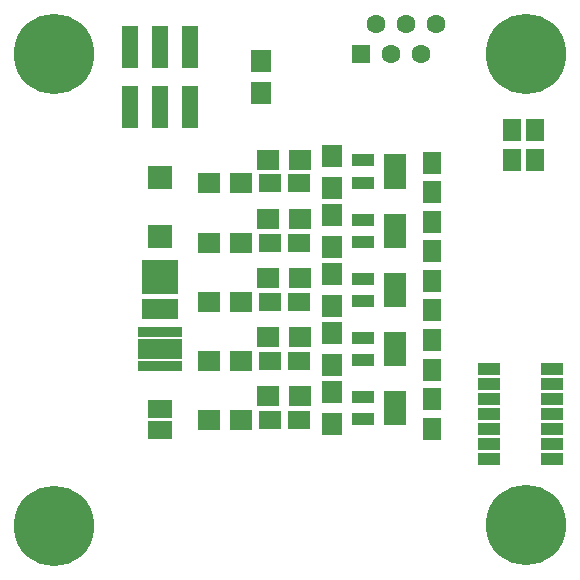
<source format=gbr>
G04 #@! TF.GenerationSoftware,KiCad,Pcbnew,(2017-11-09 revision 610ff7485)-makepkg*
G04 #@! TF.CreationDate,2017-11-10T23:51:50-05:00*
G04 #@! TF.ProjectId,photometric-leds,70686F746F6D65747269632D6C656473,rev?*
G04 #@! TF.SameCoordinates,Original*
G04 #@! TF.FileFunction,Soldermask,Top*
G04 #@! TF.FilePolarity,Negative*
%FSLAX46Y46*%
G04 Gerber Fmt 4.6, Leading zero omitted, Abs format (unit mm)*
G04 Created by KiCad (PCBNEW (2017-11-09 revision 610ff7485)-makepkg) date Fri Nov 10 23:51:50 2017*
%MOMM*%
%LPD*%
G01*
G04 APERTURE LIST*
%ADD10C,1.600000*%
%ADD11R,1.600000X1.600000*%
%ADD12R,1.650000X1.900000*%
%ADD13R,1.900000X1.000000*%
%ADD14R,1.900000X1.650000*%
%ADD15R,2.000000X1.650000*%
%ADD16R,3.700000X0.900000*%
%ADD17R,3.700000X1.700000*%
%ADD18R,3.100000X2.900000*%
%ADD19R,3.100000X1.800000*%
%ADD20R,2.000000X1.050000*%
%ADD21R,1.400000X3.550000*%
%ADD22R,1.700000X1.900000*%
%ADD23R,1.900000X1.700000*%
%ADD24R,1.960000X1.050000*%
%ADD25C,6.800000*%
%ADD26C,1.200000*%
G04 APERTURE END LIST*
D10*
X152350000Y-67460000D03*
X149810000Y-67460000D03*
X147270000Y-67460000D03*
X151080000Y-70000000D03*
X148540000Y-70000000D03*
D11*
X146000000Y-70000000D03*
D12*
X160750000Y-79000000D03*
X160750000Y-76500000D03*
X158750000Y-76500000D03*
X158750000Y-79000000D03*
D13*
X156800000Y-104310000D03*
X156800000Y-103040000D03*
X156800000Y-101770000D03*
X156800000Y-100500000D03*
X156800000Y-99230000D03*
X156800000Y-97960000D03*
X156800000Y-96690000D03*
X162200000Y-96690000D03*
X162200000Y-97960000D03*
X162200000Y-99230000D03*
X162200000Y-100500000D03*
X162200000Y-101770000D03*
X162200000Y-103040000D03*
X162200000Y-104310000D03*
D12*
X152000000Y-101750000D03*
X152000000Y-99250000D03*
X152000000Y-96750000D03*
X152000000Y-94250000D03*
X152000000Y-89250000D03*
X152000000Y-91750000D03*
X152000000Y-86750000D03*
X152000000Y-84250000D03*
X152000000Y-79250000D03*
X152000000Y-81750000D03*
D14*
X138250000Y-101000000D03*
X140750000Y-101000000D03*
X140750000Y-96000000D03*
X138250000Y-96000000D03*
X138250000Y-91000000D03*
X140750000Y-91000000D03*
X140750000Y-86000000D03*
X138250000Y-86000000D03*
X138250000Y-81000000D03*
X140750000Y-81000000D03*
D15*
X129000000Y-101880000D03*
X129000000Y-100120000D03*
D16*
X129000000Y-93550000D03*
X129000000Y-96450000D03*
D17*
X129000000Y-95000000D03*
D18*
X129000000Y-88900000D03*
D19*
X129000000Y-91600000D03*
D20*
X129000000Y-85000000D03*
X129000000Y-85940000D03*
X129000000Y-81000000D03*
X129000000Y-80060000D03*
D21*
X131540000Y-69475000D03*
X131540000Y-74525000D03*
X129000000Y-69475000D03*
X129000000Y-74525000D03*
X126460000Y-69475000D03*
X126460000Y-74525000D03*
D22*
X137500000Y-73350000D03*
X137500000Y-70650000D03*
X143500000Y-101350000D03*
X143500000Y-98650000D03*
D23*
X138150000Y-99000000D03*
X140850000Y-99000000D03*
D22*
X143500000Y-96350000D03*
X143500000Y-93650000D03*
D23*
X138150000Y-94000000D03*
X140850000Y-94000000D03*
D22*
X143500000Y-91350000D03*
X143500000Y-88650000D03*
D23*
X138150000Y-89000000D03*
X140850000Y-89000000D03*
D22*
X143500000Y-83650000D03*
X143500000Y-86350000D03*
D23*
X140850000Y-84000000D03*
X138150000Y-84000000D03*
D22*
X143500000Y-78650000D03*
X143500000Y-81350000D03*
D23*
X140850000Y-79000000D03*
X138150000Y-79000000D03*
X135850000Y-101000000D03*
X133150000Y-101000000D03*
X133150000Y-96000000D03*
X135850000Y-96000000D03*
X135850000Y-91000000D03*
X133150000Y-91000000D03*
X135850000Y-86000000D03*
X133150000Y-86000000D03*
X133150000Y-81000000D03*
X135850000Y-81000000D03*
D24*
X146150000Y-100950000D03*
X146150000Y-99050000D03*
X148850000Y-99050000D03*
X148850000Y-100000000D03*
X148850000Y-100950000D03*
X146150000Y-95950000D03*
X146150000Y-94050000D03*
X148850000Y-94050000D03*
X148850000Y-95000000D03*
X148850000Y-95950000D03*
X148850000Y-90950000D03*
X148850000Y-90000000D03*
X148850000Y-89050000D03*
X146150000Y-89050000D03*
X146150000Y-90950000D03*
X146150000Y-85950000D03*
X146150000Y-84050000D03*
X148850000Y-84050000D03*
X148850000Y-85000000D03*
X148850000Y-85950000D03*
X148850000Y-80950000D03*
X148850000Y-80000000D03*
X148850000Y-79050000D03*
X146150000Y-79050000D03*
X146150000Y-80950000D03*
D25*
X120000000Y-70000000D03*
D26*
X122400000Y-70000000D03*
X121697056Y-71697056D03*
X120000000Y-72400000D03*
X118302944Y-71697056D03*
X117600000Y-70000000D03*
X118302944Y-68302944D03*
X120000000Y-67600000D03*
X121697056Y-68302944D03*
X161697056Y-68302944D03*
X160000000Y-67600000D03*
X158302944Y-68302944D03*
X157600000Y-70000000D03*
X158302944Y-71697056D03*
X160000000Y-72400000D03*
X161697056Y-71697056D03*
X162400000Y-70000000D03*
D25*
X160000000Y-70000000D03*
X120000000Y-110000000D03*
D26*
X122400000Y-110000000D03*
X121697056Y-111697056D03*
X120000000Y-112400000D03*
X118302944Y-111697056D03*
X117600000Y-110000000D03*
X118302944Y-108302944D03*
X120000000Y-107600000D03*
X121697056Y-108302944D03*
X161697056Y-108202944D03*
X160000000Y-107500000D03*
X158302944Y-108202944D03*
X157600000Y-109900000D03*
X158302944Y-111597056D03*
X160000000Y-112300000D03*
X161697056Y-111597056D03*
X162400000Y-109900000D03*
D25*
X160000000Y-109900000D03*
M02*

</source>
